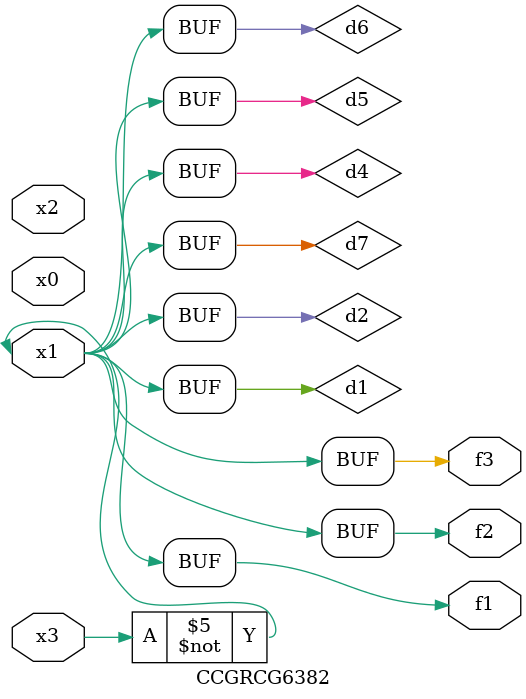
<source format=v>
module CCGRCG6382(
	input x0, x1, x2, x3,
	output f1, f2, f3
);

	wire d1, d2, d3, d4, d5, d6, d7;

	not (d1, x3);
	buf (d2, x1);
	xnor (d3, d1, d2);
	nor (d4, d1);
	buf (d5, d1, d2);
	buf (d6, d4, d5);
	nand (d7, d4);
	assign f1 = d6;
	assign f2 = d7;
	assign f3 = d6;
endmodule

</source>
